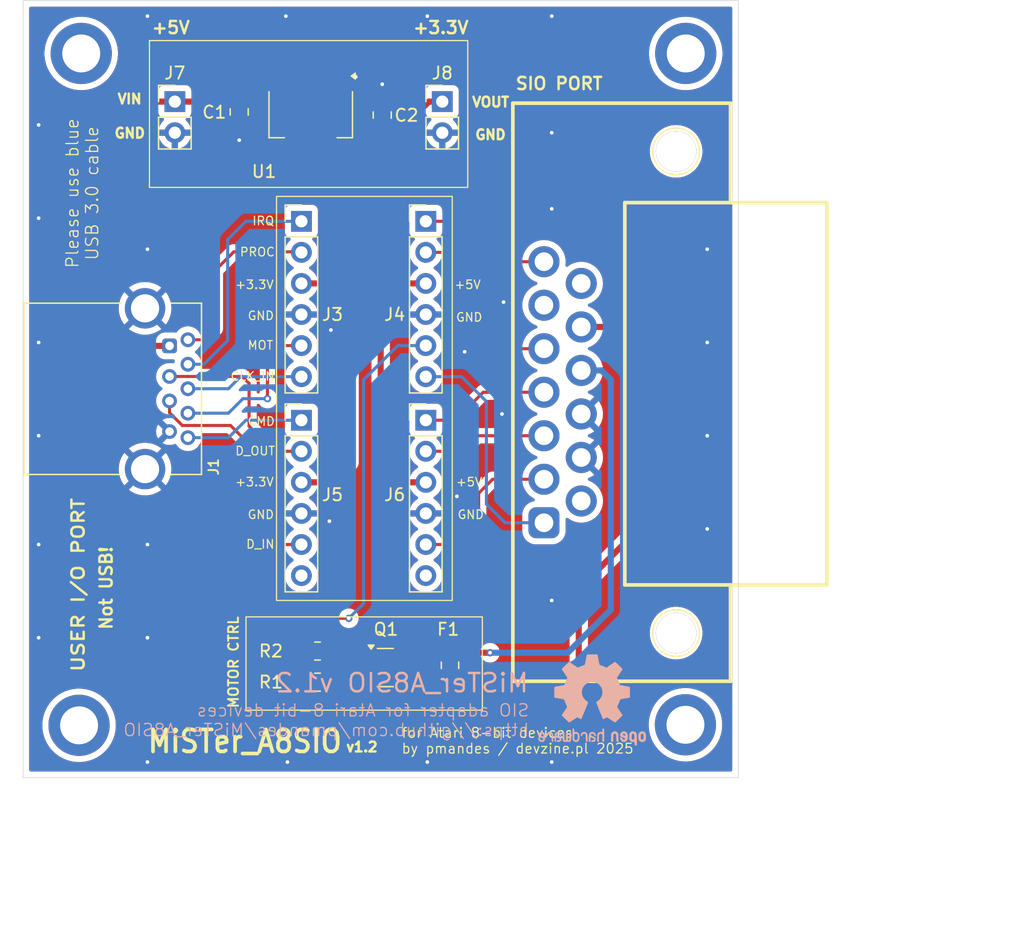
<source format=kicad_pcb>
(kicad_pcb (version 20241229) (generator "pcbnew") (generator_version "9.0")
  (title_block (title "MiSTer_A8SIO") (date "2025-01-25") (rev "1.2") (company "Paweł Mandes / devzine.pl") (comment 1 "devices of the 8-bit Atari to the MiSTer FPGA.") (comment 2 "Adapter for the SIO port to connect peripheral"))
  (layers (0 "F.Cu" signal) (2 "B.Cu" signal) (13 "F.Paste" user) (15 "B.Paste" user) (5 "F.SilkS" user "F.Silkscreen") (7 "B.SilkS" user "B.Silkscreen") (1 "F.Mask" user) (3 "B.Mask" user) (25 "Edge.Cuts" user))
  (net 0 "")
  (net 1 "GND")
  (net 2 "/SIO_OUT_A")
  (net 3 "/SIO_MOTOR_A")
  (net 4 "/SIO_PROC_A")
  (net 5 "/SIO_CMD_A")
  (net 6 "/SIO_IRQ_A")
  (net 7 "/SIO_CLKIN_A")
  (net 8 "/SIO_IN_A")
  (net 9 "VBUS")
  (net 10 "/PROCEED")
  (net 11 "/MOTOR CTRL")
  (net 12 "/DATA OUT")
  (net 13 "/INTERRUPT")
  (net 14 "/COMMAND")
  (net 15 "/DATA IN")
  (net 16 "/CLOCK IN")
  (net 17 "+3.3V")
  (net 18 "/+12V")
  (net 19 "/CLOCK OUT")
  (net 20 "/AUDIO IN")
  (net 23 "Net-(Q1-C)")
  (net 24 "Net-(Q1-B)")
  (net 25 "/PRE_MOTOR")
  (footprint "Capacitor_SMD:C_0805_2012Metric_Pad1.18x1.45mm_HandSolder" (layer "F.Cu") (at 158.876 55.0725 90)
    (property "Reference" "C2" (at -0.0215 1.9812 180) (layer "F.SilkS"))
    (property "Value" "22uF")
    (pad "1" smd roundrect (at -1.0375 0 90) (size 1.175 1.45) (layers "F.Cu" "F.Mask" "F.Paste") (roundrect_rratio 0.212766) (net 17 "+3.3V"))
    (pad "2" smd roundrect (at 1.0375 0 90) (size 1.175 1.45) (layers "F.Cu" "F.Mask" "F.Paste") (roundrect_rratio 0.212766) (net 1 "GND"))
  )
  (footprint "Resistor_SMD:R_0805_2012Metric_Pad1.20x1.40mm_HandSolder" (layer "F.Cu") (at 153.5915 98.8799 180)
    (property "Reference" "R2" (at 3.81 0 180) (layer "F.SilkS"))
    (property "Value" "2k4")
    (pad "1" smd roundrect (at -1 0 180) (size 1.2 1.4) (layers "F.Cu" "F.Mask" "F.Paste") (roundrect_rratio 0.208333) (net 24 "Net-(Q1-B)"))
    (pad "2" smd roundrect (at 1 0 180) (size 1.2 1.4) (layers "F.Cu" "F.Mask" "F.Paste") (roundrect_rratio 0.208333) (net 25 "/PRE_MOTOR"))
  )
  (footprint "Package_TO_SOT_SMD:SOT-223" (layer "F.Cu") (at 153.035 55.016 -90)
    (property "Reference" "U1" (at 4.674 3.81 180) (layer "F.SilkS"))
    (property "Value" "AMS1117-3.3")
    (pad "1" smd roundrect (at -3.15 -2.3 270) (size 2 1.5) (layers "F.Cu" "F.Mask" "F.Paste") (net 1 "GND"))
    (pad "2" smd roundrect (at -3.15 0 270) (size 2 1.5) (layers "F.Cu" "F.Mask" "F.Paste") (net 17 "+3.3V"))
    (pad "3" smd roundrect (at -3.15 2.3 270) (size 2 1.5) (layers "F.Cu" "F.Mask" "F.Paste") (net 9 "VBUS"))
    (pad "4" smd roundrect (at 3.15 0 270) (size 2 3.8) (layers "F.Cu" "F.Mask" "F.Paste") (net 17 "+3.3V"))
  )
  (footprint "Connector_PinHeader_2.54mm:PinHeader_1x06_P2.54mm_Vertical" (layer "F.Cu") (at 162.433 63.754)
    (property "Reference" "J4" (at -2.54 7.62 0) (layer "F.SilkS"))
    (property "Value" "Conn_01x06_Socket")
    (pad "1" thru_hole rect (at 0 0) (size 1.7 1.7) (drill 1) (layers "*.Cu" "*.Mask") (net 13 "/INTERRUPT"))
    (pad "2" thru_hole oval (at 0 2.54) (size 1.7 1.7) (drill 1) (layers "*.Cu" "*.Mask") (net 10 "/PROCEED"))
    (pad "3" thru_hole oval (at 0 5.08) (size 1.7 1.7) (drill 1) (layers "*.Cu" "*.Mask") (net 9 "VBUS"))
    (pad "4" thru_hole oval (at 0 7.62) (size 1.7 1.7) (drill 1) (layers "*.Cu" "*.Mask") (net 1 "GND"))
    (pad "5" thru_hole oval (at 0 10.16) (size 1.7 1.7) (drill 1) (layers "*.Cu" "*.Mask") (net 25 "/PRE_MOTOR"))
    (pad "6" thru_hole oval (at 0 12.7) (size 1.7 1.7) (drill 1) (layers "*.Cu" "*.Mask") (net 16 "/CLOCK IN"))
  )
  (footprint "Connector_PinHeader_2.54mm:PinHeader_1x06_P2.54mm_Vertical" (layer "F.Cu") (at 152.273 63.754)
    (property "Reference" "J3" (at 2.54 7.62 0) (layer "F.SilkS"))
    (property "Value" "Conn_01x06_Socket")
    (pad "1" thru_hole rect (at 0 0) (size 1.7 1.7) (drill 1) (layers "*.Cu" "*.Mask") (net 6 "/SIO_IRQ_A"))
    (pad "2" thru_hole oval (at 0 2.54) (size 1.7 1.7) (drill 1) (layers "*.Cu" "*.Mask") (net 4 "/SIO_PROC_A"))
    (pad "3" thru_hole oval (at 0 5.08) (size 1.7 1.7) (drill 1) (layers "*.Cu" "*.Mask") (net 17 "+3.3V"))
    (pad "4" thru_hole oval (at 0 7.62) (size 1.7 1.7) (drill 1) (layers "*.Cu" "*.Mask") (net 1 "GND"))
    (pad "5" thru_hole oval (at 0 10.16) (size 1.7 1.7) (drill 1) (layers "*.Cu" "*.Mask") (net 3 "/SIO_MOTOR_A"))
    (pad "6" thru_hole oval (at 0 12.7) (size 1.7 1.7) (drill 1) (layers "*.Cu" "*.Mask") (net 7 "/SIO_CLKIN_A"))
  )
  (footprint "Connector_PinHeader_2.54mm:PinHeader_1x06_P2.54mm_Vertical" (layer "F.Cu") (at 162.433 80.01)
    (property "Reference" "J6" (at -2.54 6.096 0) (layer "F.SilkS"))
    (property "Value" "Conn_01x06_Socket")
    (pad "1" thru_hole rect (at 0 0) (size 1.7 1.7) (drill 1) (layers "*.Cu" "*.Mask") (net 14 "/COMMAND"))
    (pad "2" thru_hole oval (at 0 2.54) (size 1.7 1.7) (drill 1) (layers "*.Cu" "*.Mask") (net 12 "/DATA OUT"))
    (pad "3" thru_hole oval (at 0 5.08) (size 1.7 1.7) (drill 1) (layers "*.Cu" "*.Mask") (net 9 "VBUS"))
    (pad "4" thru_hole oval (at 0 7.62) (size 1.7 1.7) (drill 1) (layers "*.Cu" "*.Mask") (net 1 "GND"))
    (pad "5" thru_hole oval (at 0 10.16) (size 1.7 1.7) (drill 1) (layers "*.Cu" "*.Mask") (net 15 "/DATA IN"))
    (pad "6" thru_hole oval (at 0 12.7) (size 1.7 1.7) (drill 1) (layers "*.Cu" "*.Mask"))
  )
  (footprint "Fuse:Fuse_0805_2012Metric_Pad1.15x1.40mm_HandSolder" (layer "F.Cu") (at 164.4119 100.0393 90)
    (property "Reference" "F1" (at 2.9374 -0.1524 180) (layer "F.SilkS"))
    (property "Value" "500mA")
    (pad "1" smd roundrect (at -1.025 0 90) (size 1.15 1.4) (layers "F.Cu" "F.Mask" "F.Paste") (roundrect_rratio 0.217391) (net 23 "Net-(Q1-C)"))
    (pad "2" smd roundrect (at 1.025 0 90) (size 1.15 1.4) (layers "F.Cu" "F.Mask" "F.Paste") (roundrect_rratio 0.217391) (net 11 "/MOTOR CTRL"))
  )
  (footprint "Atari:SIO" (layer "F.Cu") (at 172.085 77.724 -90)
    (property "Reference" "J2" (hide yes))
    (property "Value" "SIO CONNECTOR" (hide yes))
    (pad "" thru_hole circle (at -19.685 -10.795 270) (size 3.302 3.302) (drill 3.302) (layers "*.Cu" "*.Mask"))
    (pad "" thru_hole circle (at 19.685 -10.795 270) (size 3.302 3.302) (drill 3.302) (layers "*.Cu" "*.Mask"))
    (pad "1" thru_hole roundrect (at 10.668 0 270) (size 2.54 2.54) (drill 1.524) (layers "*.Cu" "*.Mask") (net 16 "/CLOCK IN"))
    (pad "2" thru_hole circle (at 8.89 -3.048 270) (size 2.54 2.54) (drill 1.524) (layers "*.Cu" "*.Mask") (net 19 "/CLOCK OUT"))
    (pad "3" thru_hole circle (at 7.112 0 270) (size 2.54 2.54) (drill 1.524) (layers "*.Cu" "*.Mask") (net 15 "/DATA IN"))
    (pad "4" thru_hole circle (at 5.334 -3.048 270) (size 2.54 2.54) (drill 1.524) (layers "*.Cu" "*.Mask") (net 1 "GND"))
    (pad "5" thru_hole circle (at 3.556 0 270) (size 2.54 2.54) (drill 1.524) (layers "*.Cu" "*.Mask") (net 12 "/DATA OUT"))
    (pad "6" thru_hole circle (at 1.778 -3.048 270) (size 2.54 2.54) (drill 1.524) (layers "*.Cu" "*.Mask") (net 1 "GND"))
    (pad "7" thru_hole circle (at 0 0 270) (size 2.54 2.54) (drill 1.524) (layers "*.Cu" "*.Mask") (net 14 "/COMMAND"))
    (pad "8" thru_hole circle (at -1.778 -3.048 270) (size 2.54 2.54) (drill 1.524) (layers "*.Cu" "*.Mask") (net 11 "/MOTOR CTRL"))
    (pad "9" thru_hole circle (at -3.556 0 270) (size 2.54 2.54) (drill 1.524) (layers "*.Cu" "*.Mask") (net 10 "/PROCEED"))
    (pad "10" thru_hole circle (at -5.334 -3.048) (size 2.54 2.54) (drill 1.524) (layers "*.Cu" "*.Mask") (net 9 "VBUS"))
    (pad "11" thru_hole circle (at -7.112 0 270) (size 2.54 2.54) (drill 1.524) (layers "*.Cu" "*.Mask") (net 20 "/AUDIO IN"))
    (pad "12" thru_hole circle (at -8.89 -3.048 270) (size 2.54 2.54) (drill 1.524) (layers "*.Cu" "*.Mask") (net 18 "/+12V"))
    (pad "13" thru_hole circle (at -10.668 0 270) (size 2.54 2.54) (drill 1.524) (layers "*.Cu" "*.Mask") (net 13 "/INTERRUPT"))
  )
  (footprint "Resistor_SMD:R_0805_2012Metric_Pad1.20x1.40mm_HandSolder" (layer "F.Cu") (at 153.5915 101.4199)
    (property "Reference" "R1" (at -3.81 0 0) (layer "F.SilkS"))
    (property "Value" "2k4")
    (pad "1" smd roundrect (at -1 0) (size 1.2 1.4) (layers "F.Cu" "F.Mask" "F.Paste") (roundrect_rratio 0.208333) (net 25 "/PRE_MOTOR"))
    (pad "2" smd roundrect (at 1 0) (size 1.2 1.4) (layers "F.Cu" "F.Mask" "F.Paste") (roundrect_rratio 0.208333) (net 9 "VBUS"))
  )
  (footprint "Connector_PinHeader_2.54mm:PinHeader_1x02_P2.54mm_Vertical" (layer "F.Cu") (at 163.7792 53.975)
    (property "Reference" "J8" (at 0 -2.33 0) (layer "F.SilkS"))
    (property "Value" "Conn_01x02_Socket")
    (pad "1" thru_hole rect (at 0 0) (size 1.7 1.7) (drill 1) (layers "*.Cu" "*.Mask") (net 17 "+3.3V"))
    (pad "2" thru_hole oval (at 0 2.54) (size 1.7 1.7) (drill 1) (layers "*.Cu" "*.Mask") (net 1 "GND"))
  )
  (footprint "Package_TO_SOT_SMD:SOT-23" (layer "F.Cu") (at 159.1287 100.2284)
    (property "Reference" "Q1" (at 0.0508 -3.1265 180) (layer "F.SilkS"))
    (property "Value" "BC857")
    (pad "1" smd roundrect (at -0.9375 -0.95) (size 1.475 0.6) (layers "F.Cu" "F.Mask" "F.Paste") (net 24 "Net-(Q1-B)"))
    (pad "2" smd roundrect (at -0.9375 0.95) (size 1.475 0.6) (layers "F.Cu" "F.Mask" "F.Paste") (net 9 "VBUS"))
    (pad "3" smd roundrect (at 0.9375 0) (size 1.475 0.6) (layers "F.Cu" "F.Mask" "F.Paste") (net 23 "Net-(Q1-C)"))
  )
  (footprint "Capacitor_SMD:C_0805_2012Metric_Pad1.18x1.45mm_HandSolder" (layer "F.Cu") (at 147.192 54.8185 -90)
    (property "Reference" "C1" (at 0.0215 2.032 0) (layer "F.SilkS"))
    (property "Value" "22uF")
    (pad "1" smd roundrect (at -1.0375 0 270) (size 1.175 1.45) (layers "F.Cu" "F.Mask" "F.Paste") (roundrect_rratio 0.212766) (net 9 "VBUS"))
    (pad "2" smd roundrect (at 1.0375 0 270) (size 1.175 1.45) (layers "F.Cu" "F.Mask" "F.Paste") (roundrect_rratio 0.212766) (net 1 "GND"))
  )
  (footprint "Atari:USB3_A" (layer "F.Cu") (at 141.502 73.938 -90)
    (property "Reference" "J1" (at 9.882 -3.6 90) (layer "F.SilkS") (effects (font (size 0.8 0.8))))
    (property "Value" "USB3_A")
    (pad "1" thru_hole roundrect (at 0 0 270) (size 1.2 1.2) (drill 0.7) (layers "*.Cu" "*.Mask") (roundrect_rratio 0.2083333333) (net 9 "VBUS"))
    (pad "2" thru_hole circle (at 2.5 0 270) (size 1.2 1.2) (drill 0.7) (layers "*.Cu" "*.Mask") (net 2 "/SIO_OUT_A"))
    (pad "3" thru_hole circle (at 4.5 0 270) (size 1.2 1.2) (drill 0.7) (layers "*.Cu" "*.Mask") (net 8 "/SIO_IN_A"))
    (pad "4" thru_hole circle (at 7 0 270) (size 1.2 1.2) (drill 0.7) (layers "*.Cu" "*.Mask") (net 1 "GND"))
    (pad "5" thru_hole circle (at 7.5 -1.5 270) (size 1.2 1.2) (drill 0.7) (layers "*.Cu" "*.Mask") (net 5 "/SIO_CMD_A"))
    (pad "6" thru_hole circle (at 5.5 -1.5 270) (size 1.2 1.2) (drill 0.7) (layers "*.Cu" "*.Mask") (net 3 "/SIO_MOTOR_A"))
    (pad "7" thru_hole circle (at 3.5 -1.5 270) (size 1.2 1.2) (drill 0.7) (layers "*.Cu" "*.Mask") (net 7 "/SIO_CLKIN_A"))
    (pad "8" thru_hole circle (at 1.5 -1.5 270) (size 1.2 1.2) (drill 0.7) (layers "*.Cu" "*.Mask") (net 6 "/SIO_IRQ_A"))
    (pad "9" thru_hole circle (at -0.5 -1.5 270) (size 1.2 1.2) (drill 0.7) (layers "*.Cu" "*.Mask") (net 4 "/SIO_PROC_A"))
    (pad "10" thru_hole circle (at -3.07 2 270) (size 3.3 3.3) (drill 2.3) (layers "*.Cu" "*.Mask") (net 1 "GND"))
    (pad "10" thru_hole circle (at 10.07 2 270) (size 3.3 3.3) (drill 2.3) (layers "*.Cu" "*.Mask") (net 1 "GND"))
  )
  (footprint "Connector_PinHeader_2.54mm:PinHeader_1x02_P2.54mm_Vertical" (layer "F.Cu") (at 141.9352 53.975)
    (property "Reference" "J7" (at 0 -2.33 0) (layer "F.SilkS"))
    (property "Value" "Conn_01x02_Socket")
    (pad "1" thru_hole rect (at 0 0) (size 1.7 1.7) (drill 1) (layers "*.Cu" "*.Mask") (net 9 "VBUS"))
    (pad "2" thru_hole oval (at 0 2.54) (size 1.7 1.7) (drill 1) (layers "*.Cu" "*.Mask") (net 1 "GND"))
  )
  (footprint "Connector_PinHeader_2.54mm:PinHeader_1x06_P2.54mm_Vertical" (layer "F.Cu") (at 152.273 80.01)
    (property "Reference" "J5" (at 2.54 6.096 0) (layer "F.SilkS"))
    (property "Value" "Conn_01x06_Socket")
    (pad "1" thru_hole rect (at 0 0) (size 1.7 1.7) (drill 1) (layers "*.Cu" "*.Mask") (net 5 "/SIO_CMD_A"))
    (pad "2" thru_hole oval (at 0 2.54) (size 1.7 1.7) (drill 1) (layers "*.Cu" "*.Mask") (net 2 "/SIO_OUT_A"))
    (pad "3" thru_hole oval (at 0 5.08) (size 1.7 1.7) (drill 1) (layers "*.Cu" "*.Mask") (net 17 "+3.3V"))
    (pad "4" thru_hole oval (at 0 7.62) (size 1.7 1.7) (drill 1) (layers "*.Cu" "*.Mask") (net 1 "GND"))
    (pad "5" thru_hole oval (at 0 10.16) (size 1.7 1.7) (drill 1) (layers "*.Cu" "*.Mask") (net 8 "/SIO_IN_A"))
    (pad "6" thru_hole oval (at 0 12.7) (size 1.7 1.7) (drill 1) (layers "*.Cu" "*.Mask"))
  )
  (footprint "Symbol:OSHW-Logo2_9.8x8mm_SilkScreen" (layer "B.Cu") (at 176.022 102.87 180)
    (property "Reference" "REF**" (hide yes))
    (property "Value" "OSHW-Logo2_9.8x8mm_SilkScreen" (hide yes))
  )
  (gr_rect (start 147.7495 96.0859) (end 167.0535 103.7059) (stroke (width 0.1)) (fill no) (layer "F.SilkS"))
  (gr_rect (start 150.241 61.722) (end 164.592 94.742) (stroke (width 0.1)) (fill no) (layer "F.SilkS"))
  (gr_rect (start 139.862 48.9854) (end 165.862 60.9854) (stroke (width 0.1)) (fill no) (layer "F.SilkS"))
  (gr_rect (start 129.54 45.72) (end 187.96 109.22) (stroke (width 0.05)) (fill no) (layer "Edge.Cuts"))
  (gr_text "D_OUT" (at 146.812 82.931 0) (layer "F.SilkS") (effects (font (size 0.7 0.7) (thickness 0.1)) (justify left bottom)))
  (gr_text "GND" (at 147.828 88.138 0) (layer "F.SilkS") (effects (font (size 0.7 0.7) (thickness 0.1)) (justify left bottom)))
  (gr_text "VOUT" (at 166.116 54.483 0) (layer "F.SilkS") (effects (font (size 0.8 0.8) (thickness 0.2) (bold yes)) (justify left bottom)))
  (gr_text "Not USB!" (at 136.906 93.726 90) (layer "F.SilkS") (effects (font (size 1 1) (thickness 0.2) (bold yes)) (justify bottom)))
  (gr_text "+3.3V" (at 146.812 85.471 0) (layer "F.SilkS") (effects (font (size 0.7 0.7) (thickness 0.1)) (justify left bottom)))
  (gr_text "GND" (at 147.828 71.882 0) (layer "F.SilkS") (effects (font (size 0.7 0.7) (thickness 0.1)) (justify left bottom)))
  (gr_text "SIO PORT" (at 169.672 53.086 0) (layer "F.SilkS") (effects (font (size 1 1) (thickness 0.2) (bold yes)) (justify left bottom)))
  (gr_text "MiSTer_A8SIO" (at 139.573 107.315 0) (layer "F.SilkS") (effects (font (size 1.8 1.6) (thickness 0.3) (bold yes)) (justify left bottom)))
  (gr_text "v1.2\n" (at 155.829 107.188 0) (layer "F.SilkS") (effects (font (size 0.8 0.8) (thickness 0.2) (bold yes)) (justify left bottom)))
  (gr_text "GND" (at 164.846 72.009 0) (layer "F.SilkS") (effects (font (size 0.7 0.7) (thickness 0.1)) (justify left bottom)))
  (gr_text "+3.3V" (at 161.29 48.514 0) (layer "F.SilkS") (effects (font (size 1 1) (thickness 0.2) (bold yes)) (justify left bottom)))
  (gr_text "PROC" (at 147.193 66.675 0) (layer "F.SilkS") (effects (font (size 0.7 0.7) (thickness 0.1)) (justify left bottom)))
  (gr_text "+3.3V" (at 146.812 69.342 0) (layer "F.SilkS") (effects (font (size 0.7 0.7) (thickness 0.1)) (justify left bottom)))
  (gr_text "+5V" (at 164.846 85.471 0) (layer "F.SilkS") (effects (font (size 0.7 0.7) (thickness 0.1)) (justify left bottom)))
  (gr_text "+5V" (at 139.954 48.514 0) (layer "F.SilkS") (effects (font (size 1 1) (thickness 0.2) (bold yes)) (justify left bottom)))
  (gr_text "MOTOR CTRL" (at 147.193 103.632 90) (layer "F.SilkS") (effects (font (size 0.8 0.8) (thickness 0.16) (bold yes)) (justify left bottom)))
  (gr_text "D_IN" (at 147.701 90.551 0) (layer "F.SilkS") (effects (font (size 0.7 0.7) (thickness 0.1)) (justify left bottom)))
  (gr_text "VIN" (at 137.16 54.229 0) (layer "F.SilkS") (effects (font (size 0.8 0.8) (thickness 0.2) (bold yes)) (justify left bottom)))
  (gr_text "CLK_IN" (at 146.431 76.835 0) (layer "F.SilkS") (effects (font (size 0.7 0.7) (thickness 0.1)) (justify left bottom)))
  (gr_text "Please use blue\nUSB 3.0 cable" (at 135.763 61.468 90) (layer "F.SilkS") (effects (font (size 1 1) (thickness 0.1)) (justify bottom)))
  (gr_text "MOT" (at 147.828 74.295 0) (layer "F.SilkS") (effects (font (size 0.7 0.7) (thickness 0.1)) (justify left bottom)))
  (gr_text "CMD" (at 147.828 80.518 0) (layer "F.SilkS") (effects (font (size 0.7 0.7) (thickness 0.1)) (justify left bottom)))
  (gr_text "USER I/O PORT" (at 134.62 100.6856 90) (layer "F.SilkS") (effects (font (size 1 1.2) (thickness 0.2) (bold yes)) (justify left bottom)))
  (gr_text "IRQ" (at 148.209 64.135 0) (layer "F.SilkS") (effects (font (size 0.7 0.7) (thickness 0.1)) (justify left bottom)))
  (gr_text "GND" (at 166.37 57.15 0) (layer "F.SilkS") (effects (font (size 0.8 0.8) (thickness 0.2) (bold yes)) (justify left bottom)))
  (gr_text "GND" (at 136.906 57.023 0) (layer "F.SilkS") (effects (font (size 0.8 0.8) (thickness 0.2) (bold yes)) (justify left bottom)))
  (gr_text "+5V" (at 164.719 69.342 0) (layer "F.SilkS") (effects (font (size 0.7 0.7) (thickness 0.1)) (justify left bottom)))
  (gr_text "for Atari 8-bit devices\nby pmandes / devzine.pl 2025" (at 160.401 107.315 0) (layer "F.SilkS") (effects (font (size 0.8 0.8) (thickness 0.1)) (justify left bottom)))
  (gr_text "GND" (at 164.973 88.138 0) (layer "F.SilkS") (effects (font (size 0.7 0.7) (thickness 0.1)) (justify left bottom)))
  (gr_text "MiSTer_A8SIO v1.2" (at 170.942 102.362 0) (layer "B.SilkS") (effects (font (size 1.5 1.5) (thickness 0.2) (bold yes)) (justify left bottom mirror)))
  (gr_text "SIO adapter for Atari 8-bit devices\nhttps://github.com/pmandes/MiSTer_A8SIO" (at 170.942 105.918 0) (layer "B.SilkS") (effects (font (size 1 1) (thickness 0.1)) (justify left bottom mirror)))
  (via (at 134.112 104.947806) (size 5) (drill 3.1) (layers "F.Cu" "B.Cu") (net 0))
  (via (at 183.642 104.902) (size 5) (drill 3.1) (layers "F.Cu" "B.Cu") (net 0))
  (via (at 134.2898 50.038) (size 5) (drill 3.1) (layers "F.Cu" "B.Cu") (net 0))
  (via (at 183.6674 50.038) (size 5) (drill 3.1) (layers "F.Cu" "B.Cu") (net 0))
  (segment (start 147.192 55.856) (end 147.192 57.126) (width 0.5) (layer "F.Cu") (net 1))
  (segment (start 158.876 53.781) (end 158.876 52.554) (width 0.5) (layer "F.Cu") (net 1))
  (via (at 139.7 66.04) (size 0.6) (drill 0.3) (layers "F.Cu" "B.Cu") (net 1))
  (via (at 172.72 62.738) (size 0.6) (drill 0.3) (layers "F.Cu" "B.Cu") (net 1))
  (via (at 172.72 107.95) (size 0.6) (drill 0.3) (layers "F.Cu" "B.Cu") (net 1))
  (via (at 162.56 107.95) (size 0.6) (drill 0.3) (layers "F.Cu" "B.Cu") (net 1))
  (via (at 151.13 107.95) (size 0.6) (drill 0.3) (layers "F.Cu" "B.Cu") (net 1))
  (via (at 139.7 107.95) (size 0.6) (drill 0.3) (layers "F.Cu" "B.Cu") (net 1))
  (via (at 154.559 88.265) (size 0.6) (drill 0.3) (layers "F.Cu" "B.Cu") (net 1))
  (via (at 130.81 55.88) (size 0.6) (drill 0.3) (layers "F.Cu" "B.Cu") (net 1))
  (via (at 151.003 46.99) (size 0.6) (drill 0.3) (layers "F.Cu" "B.Cu") (net 1))
  (via (at 185.42 66.04) (size 0.6) (drill 0.3) (layers "F.Cu" "B.Cu") (net 1))
  (via (at 185.42 81.28) (size 0.6) (drill 0.3) (layers "F.Cu" "B.Cu") (net 1))
  (via (at 185.42 88.9) (size 0.6) (drill 0.3) (layers "F.Cu" "B.Cu") (net 1))
  (via (at 130.81 73.66) (size 0.6) (drill 0.3) (layers "F.Cu" "B.Cu") (net 1))
  (via (at 168.783 70.358) (size 0.6) (drill 0.3) (layers "F.Cu" "B.Cu") (net 1))
  (via (at 158.876 52.554) (size 0.6) (drill 0.3) (layers "F.Cu" "B.Cu") (net 1))
  (via (at 172.72 94.742) (size 0.6) (drill 0.3) (layers "F.Cu" "B.Cu") (net 1))
  (via (at 165.608 74.422) (size 0.6) (drill 0.3) (layers "F.Cu" "B.Cu") (net 1))
  (via (at 185.42 73.66) (size 0.6) (drill 0.3) (layers "F.Cu" "B.Cu") (net 1))
  (via (at 164.973 86.233) (size 0.6) (drill 0.3) (layers "F.Cu" "B.Cu") (net 1))
  (via (at 139.7 97.79) (size 0.6) (drill 0.3) (layers "F.Cu" "B.Cu") (net 1))
  (via (at 130.81 63.5) (size 0.6) (drill 0.3) (layers "F.Cu" "B.Cu") (net 1))
  (via (at 130.81 81.28) (size 0.6) (drill 0.3) (layers "F.Cu" "B.Cu") (net 1))
  (via (at 147.192 57.126) (size 0.6) (drill 0.3) (layers "F.Cu" "B.Cu") (net 1))
  (via (at 162.56 46.99) (size 0.6) (drill 0.3) (layers "F.Cu" "B.Cu") (net 1))
  (via (at 172.72 56.515) (size 0.6) (drill 0.3) (layers "F.Cu" "B.Cu") (net 1))
  (via (at 130.81 97.79) (size 0.6) (drill 0.3) (layers "F.Cu" "B.Cu") (net 1))
  (via (at 154.686 72.644) (size 0.6) (drill 0.3) (layers "F.Cu" "B.Cu") (net 1))
  (via (at 168.656 79.502) (size 0.6) (drill 0.3) (layers "F.Cu" "B.Cu") (net 1))
  (via (at 156.718 51.943) (size 0.6) (drill 0.3) (layers "F.Cu" "B.Cu") (net 1))
  (via (at 139.7 90.17) (size 0.6) (drill 0.3) (layers "F.Cu" "B.Cu") (net 1))
  (via (at 139.7 46.99) (size 0.6) (drill 0.3) (layers "F.Cu" "B.Cu") (net 1))
  (via (at 130.81 90.17) (size 0.6) (drill 0.3) (layers "F.Cu" "B.Cu") (net 1))
  (via (at 172.72 46.99) (size 0.6) (drill 0.3) (layers "F.Cu" "B.Cu") (net 1))
  (segment (start 141.502 76.438) (end 147.438 76.438) (width 0.25) (layer "F.Cu") (net 2))
  (segment (start 148 77) (end 148 80.5) (width 0.25) (layer "F.Cu") (net 2))
  (segment (start 147.438 76.438) (end 148 77) (width 0.25) (layer "F.Cu") (net 2))
  (segment (start 148 80.5) (end 150.05 82.55) (width 0.25) (layer "F.Cu") (net 2))
  (segment (start 150.05 82.55) (end 152.273 82.55) (width 0.25) (layer "F.Cu") (net 2))
  (segment (start 149.5 78.25) (end 149.5 74.75) (width 0.25) (layer "F.Cu") (net 3))
  (segment (start 150.336 73.914) (end 152.273 73.914) (width 0.25) (layer "F.Cu") (net 3))
  (segment (start 149.5 74.75) (end 150.336 73.914) (width 0.25) (layer "F.Cu") (net 3))
  (via (at 149.5 78.25) (size 0.6) (drill 0.3) (layers "F.Cu" "B.Cu") (net 3))
  (segment (start 146.312 79.438) (end 147 78.75) (width 0.25) (layer "B.Cu") (net 3))
  (segment (start 147 78.75) (end 147.5 78.25) (width 0.25) (layer "B.Cu") (net 3))
  (segment (start 147.5 78.25) (end 149.5 78.25) (width 0.25) (layer "B.Cu") (net 3))
  (segment (start 143.002 79.438) (end 146.312 79.438) (width 0.25) (layer "B.Cu") (net 3))
  (segment (start 145.25 72.5) (end 145.25 67.75) (width 0.25) (layer "F.Cu") (net 4))
  (segment (start 144.312 73.438) (end 145.25 72.5) (width 0.25) (layer "F.Cu") (net 4))
  (segment (start 152.229 66.25) (end 152.273 66.294) (width 0.25) (layer "F.Cu") (net 4))
  (segment (start 146.75 66.25) (end 152.229 66.25) (width 0.25) (layer "F.Cu") (net 4))
  (segment (start 145.25 67.75) (end 146.75 66.25) (width 0.25) (layer "F.Cu") (net 4))
  (segment (start 143.002 73.438) (end 144.312 73.438) (width 0.25) (layer "F.Cu") (net 4))
  (segment (start 146.312 81.438) (end 147.74 80.01) (width 0.25) (layer "B.Cu") (net 5))
  (segment (start 143.002 81.438) (end 146.312 81.438) (width 0.25) (layer "B.Cu") (net 5))
  (segment (start 147.74 80.01) (end 152.273 80.01) (width 0.25) (layer "B.Cu") (net 5))
  (segment (start 147.746 63.754) (end 152.273 63.754) (width 0.25) (layer "B.Cu") (net 6))
  (segment (start 143.002 75.438) (end 144.312 75.438) (width 0.25) (layer "B.Cu") (net 6))
  (segment (start 144.312 75.438) (end 146.25 73.5) (width 0.25) (layer "B.Cu") (net 6))
  (segment (start 146.25 73.5) (end 146.25 65.25) (width 0.25) (layer "B.Cu") (net 6))
  (segment (start 146.25 65.25) (end 147.746 63.754) (width 0.25) (layer "B.Cu") (net 6))
  (segment (start 143.002 77.438) (end 146.312 77.438) (width 0.25) (layer "B.Cu") (net 7))
  (segment (start 147.296 76.454) (end 152.273 76.454) (width 0.25) (layer "B.Cu") (net 7))
  (segment (start 146.312 77.438) (end 147.296 76.454) (width 0.25) (layer "B.Cu") (net 7))
  (segment (start 149.225 83.185) (end 149.225 89.154) (width 0.25) (layer "F.Cu") (net 8))
  (segment (start 149.225 89.154) (end 150.241 90.17) (width 0.25) (layer "F.Cu") (net 8))
  (segment (start 146.4818 80.4418) (end 149.225 83.185) (width 0.25) (layer "F.Cu") (net 8))
  (segment (start 150.241 90.17) (end 152.273 90.17) (width 0.25) (layer "F.Cu") (net 8))
  (segment (start 142.5448 80.4418) (end 146.4818 80.4418) (width 0.25) (layer "F.Cu") (net 8))
  (segment (start 141.502 79.399) (end 142.5448 80.4418) (width 0.25) (layer "F.Cu") (net 8))
  (segment (start 141.502 78.438) (end 141.502 79.399) (width 0.25) (layer "F.Cu") (net 8))
  (segment (start 158.623 61.849) (end 160.401 60.071) (width 0.5) (layer "F.Cu") (net 9))
  (segment (start 159.766 68.834) (end 158.75 69.85) (width 0.5) (layer "F.Cu") (net 9))
  (segment (start 158.623 67.691) (end 158.623 61.849) (width 0.5) (layer "F.Cu") (net 9))
  (segment (start 159.766 68.834) (end 158.623 67.691) (width 0.5) (layer "F.Cu") (net 9))
  (segment (start 166.624 60.071) (end 167.894 58.801) (width 0.5) (layer "F.Cu") (net 9))
  (segment (start 160.147 85.09) (end 162.433 85.09) (width 0.5) (layer "F.Cu") (net 9))
  (segment (start 135.763 55.753) (end 137.541 53.975) (width 0.5) (layer "F.Cu") (net 9))
  (segment (start 179.197 62.484) (end 179.197 59.817) (width 0.5) (layer "F.Cu") (net 9))
  (segment (start 158.6715 102.9439) (end 173.6575 102.9439) (width 0.5) (layer "F.Cu") (net 9))
  (segment (start 157.16 101.1784) (end 158.1912 101.1784) (width 0.5) (layer "F.Cu") (net 9))
  (segment (start 137.541 53.975) (end 141.9352 53.975) (width 0.5) (layer "F.Cu") (net 9))
  (segment (start 174.9275 93.8045) (end 175.006 93.726) (width 0.5) (layer "F.Cu") (net 9))
  (segment (start 150.735 51.943) (end 147.549 51.943) (width 0.5) (layer "F.Cu") (net 9))
  (segment (start 141.9352 53.975) (end 146.998 53.975) (width 0.5) (layer "F.Cu") (net 9))
  (segment (start 179.451 74.451) (end 177.39 72.39) (width 0.5) (layer "F.Cu") (net 9))
  (segment (start 175.133 48.26) (end 179.197 52.324) (width 0.5) (layer "F.Cu") (net 9))
  (segment (start 179.197 52.324) (end 179.197 59.817) (width 0.5) (layer "F.Cu") (net 9))
  (segment (start 156.3855 101.4199) (end 156.6395 101.1659) (width 0.5) (layer "F.Cu") (net 9))
  (segment (start 147.549 51.943) (end 147.192 52.3) (width 0.5) (layer "F.Cu") (net 9))
  (segment (start 158.75 69.85) (end 158.75 83.693) (width 0.5) (layer "F.Cu") (net 9))
  (segment (start 157.1475 101.1659) (end 157.16 101.1784) (width 0.5) (layer "F.Cu") (net 9))
  (segment (start 154.5915 101.4199) (end 156.3855 101.4199) (width 0.5) (layer "F.Cu") (net 9))
  (segment (start 179.451 89.281) (end 179.451 74.451) (width 0.5) (layer "F.Cu") (net 9))
  (segment (start 146.998 53.975) (end 147.192 53.781) (width 0.5) (layer "F.Cu") (net 9))
  (segment (start 177.546 72.39) (end 179.197 70.739) (width 0.5) (layer "F.Cu") (net 9))
  (segment (start 141.502 73.938) (end 137.184 73.938) (width 0.5) (layer "F.Cu") (net 9))
  (segment (start 158.75 83.693) (end 160.147 85.09) (width 0.5) (layer "F.Cu") (net 9))
  (segment (start 167.894 58.801) (end 167.894 48.387) (width 0.5) (layer "F.Cu") (net 9))
  (segment (start 156.6395 101.1659) (end 157.1475 101.1659) (width 0.5) (layer "F.Cu") (net 9))
  (segment (start 151.763 48.26) (end 175.133 48.26) (width 0.5) (layer "F.Cu") (net 9))
  (segment (start 147.192 52.3) (end 147.192 53.781) (width 0.5) (layer "F.Cu") (net 9))
  (segment (start 174.9275 101.6739) (end 174.9275 93.8045) (width 0.5) (layer "F.Cu") (net 9))
  (segment (start 175.006 93.726) (end 179.451 89.281) (width 0.5) (layer "F.Cu") (net 9))
  (segment (start 173.6575 102.9439) (end 174.9275 101.6739) (width 0.5) (layer "F.Cu") (net 9))
  (segment (start 137.184 73.938) (end 135.763 72.517) (width 0.5) (layer "F.Cu") (net 9))
  (segment (start 177.39 72.39) (end 177.546 72.39) (width 0.5) (layer "F.Cu") (net 9))
  (segment (start 150.735 50.68) (end 150.735 51.943) (width 0.2) (layer "F.Cu") (net 9))
  (segment (start 158.1912 102.4636) (end 158.6715 102.9439) (width 0.5) (layer "F.Cu") (net 9))
  (segment (start 150.735 51.943) (end 150.735 49.288) (width 0.5) (layer "F.Cu") (net 9))
  (segment (start 150.735 49.288) (end 151.763 48.26) (width 0.5) (layer "F.Cu") (net 9))
  (segment (start 135.763 72.517) (end 135.763 55.753) (width 0.5) (layer "F.Cu") (net 9))
  (segment (start 150.685 50.63) (end 150.735 50.68) (width 0.2) (layer "F.Cu") (net 9))
  (segment (start 158.1912 101.1784) (end 158.1912 102.4636) (width 0.5) (layer "F.Cu") (net 9))
  (segment (start 179.197 70.739) (end 179.197 62.484) (width 0.5) (layer "F.Cu") (net 9))
  (segment (start 167.894 48.387) (end 167.767 48.26) (width 0.5) (layer "F.Cu") (net 9))
  (segment (start 159.766 68.834) (end 162.433 68.834) (width 0.5) (layer "F.Cu") (net 9))
  (segment (start 177.39 72.39) (end 175.133 72.39) (width 0.5) (layer "F.Cu") (net 9))
  (segment (start 160.401 60.071) (end 166.624 60.071) (width 0.5) (layer "F.Cu") (net 9))
  (segment (start 166.497 72.644) (end 168.021 74.168) (width 0.25) (layer "F.Cu") (net 10))
  (segment (start 166.497 67.691) (end 166.497 72.644) (width 0.25) (layer "F.Cu") (net 10))
  (segment (start 162.433 66.294) (end 165.1 66.294) (width 0.25) (layer "F.Cu") (net 10))
  (segment (start 165.1 66.294) (end 166.497 67.691) (width 0.25) (layer "F.Cu") (net 10))
  (segment (start 172.085 74.168) (end 172.063 74.19) (width 0.2) (layer "F.Cu") (net 10))
  (segment (start 168.021 74.168) (end 172.085 74.168) (width 0.25) (layer "F.Cu") (net 10))
  (segment (start 167.6811 99.0143) (end 164.4119 99.0143) (width 0.5) (layer "F.Cu") (net 11))
  (via (at 167.6811 99.0143) (size 0.6) (drill 0.3) (layers "F.Cu" "B.Cu") (net 11))
  (segment (start 176.022 75.946) (end 175.133 75.946) (width 0.5) (layer "B.Cu") (net 11))
  (segment (start 174.0311 99.0143) (end 177.4675 95.5779) (width 0.5) (layer "B.Cu") (net 11))
  (segment (start 177.546 95.4994) (end 177.546 76.708) (width 0.5) (layer "B.Cu") (net 11))
  (segment (start 177.4675 95.5779) (end 177.546 95.4994) (width 0.5) (layer "B.Cu") (net 11))
  (segment (start 167.6811 99.0143) (end 174.0311 99.0143) (width 0.5) (layer "B.Cu") (net 11))
  (segment (start 177.546 76.708) (end 176.784 75.946) (width 0.5) (layer "B.Cu") (net 11))
  (segment (start 176.784 75.946) (end 175.133 75.946) (width 0.5) (layer "B.Cu") (net 11))
  (segment (start 165.354 82.55) (end 166.624 81.28) (width 0.25) (layer "F.Cu") (net 12))
  (segment (start 162.433 82.55) (end 165.354 82.55) (width 0.25) (layer "F.Cu") (net 12))
  (segment (start 166.624 81.28) (end 172.085 81.28) (width 0.25) (layer "F.Cu") (net 12))
  (segment (start 168.656 67.056) (end 172.085 67.056) (width 0.25) (layer "F.Cu") (net 13))
  (segment (start 165.354 63.754) (end 168.656 67.056) (width 0.25) (layer "F.Cu") (net 13))
  (segment (start 162.433 63.754) (end 165.354 63.754) (width 0.25) (layer "F.Cu") (net 13))
  (segment (start 167.132 77.724) (end 172.085 77.724) (width 0.25) (layer "F.Cu") (net 14))
  (segment (start 162.433 80.01) (end 164.846 80.01) (width 0.25) (layer "F.Cu") (net 14))
  (segment (start 164.846 80.01) (end 167.132 77.724) (width 0.25) (layer "F.Cu") (net 14))
  (segment (start 167.894 84.836) (end 172.085 84.836) (width 0.25) (layer "F.Cu") (net 15))
  (segment (start 166.751 85.979) (end 167.894 84.836) (width 0.25) (layer "F.Cu") (net 15))
  (segment (start 162.433 90.17) (end 164.846 90.17) (width 0.25) (layer "F.Cu") (net 15))
  (segment (start 166.751 88.265) (end 166.751 85.979) (width 0.25) (layer "F.Cu") (net 15))
  (segment (start 164.846 90.17) (end 166.751 88.265) (width 0.25) (layer "F.Cu") (net 15))
  (segment (start 162.433 76.454) (end 165.354 76.454) (width 0.25) (layer "B.Cu") (net 16))
  (segment (start 167.386 86.868) (end 168.91 88.392) (width 0.25) (layer "B.Cu") (net 16))
  (segment (start 168.91 88.392) (end 172.085 88.392) (width 0.25) (layer "B.Cu") (net 16))
  (segment (start 167.386 78.486) (end 167.386 86.868) (width 0.25) (layer "B.Cu") (net 16))
  (segment (start 165.354 76.454) (end 167.386 78.486) (width 0.25) (layer "B.Cu") (net 16))
  (segment (start 156.21 67.564) (end 156.21 59.182) (width 0.5) (layer "F.Cu") (net 17))
  (segment (start 153.035 53.721) (end 153.035 58.243) (width 0.5) (layer "F.Cu") (net 17))
  (segment (start 154.94 68.834) (end 156.21 67.564) (width 0.5) (layer "F.Cu") (net 17))
  (segment (start 152.273 68.834) (end 154.305 68.834) (width 0.5) (layer "F.Cu") (net 17))
  (segment (start 163.7792 53.975) (end 162.687 53.975) (width 0.5) (layer "F.Cu") (net 17))
  (segment (start 155.271 58.243) (end 153.035 58.243) (width 0.5) (layer "F.Cu") (net 17))
  (segment (start 157.377 56.11) (end 155.244 58.243) (width 0.5) (layer "F.Cu") (net 17))
  (segment (start 156.21 69.977) (end 156.21 83.439) (width 0.5) (layer "F.Cu") (net 17))
  (segment (start 158.876 56.11) (end 157.377 56.11) (width 0.5) (layer "F.Cu") (net 17))
  (segment (start 154.305 68.834) (end 155.067 68.834) (width 0.5) (layer "F.Cu") (net 17))
  (segment (start 153.035 53.975) (end 153.035 53.721) (width 0.5) (layer "F.Cu") (net 17))
  (segment (start 162.687 53.975) (end 160.552 56.11) (width 0.5) (layer "F.Cu") (net 17))
  (segment (start 160.552 56.11) (end 160.215 56.11) (width 0.5) (layer "F.Cu") (net 17))
  (segment (start 155.067 68.834) (end 156.21 69.977) (width 0.5) (layer "F.Cu") (net 17))
  (segment (start 156.21 59.182) (end 155.271 58.243) (width 0.5) (layer "F.Cu") (net 17))
  (segment (start 156.21 83.439) (end 154.559 85.09) (width 0.5) (layer "F.Cu") (net 17))
  (segment (start 154.305 68.834) (end 154.94 68.834) (width 0.5) (layer "F.Cu") (net 17))
  (segment (start 160.215 56.11) (end 158.876 56.11) (width 0.5) (layer "F.Cu") (net 17))
  (segment (start 155.244 58.243) (end 153.035 58.243) (width 0.5) (layer "F.Cu") (net 17))
  (segment (start 154.559 85.09) (end 152.273 85.09) (width 0.5) (layer "F.Cu") (net 17))
  (segment (start 153.035 53.721) (end 153.035 51.943) (width 0.5) (layer "F.Cu") (net 17))
  (segment (start 160.0662 100.2284) (end 161.544 100.2284) (width 0.5) (layer "F.Cu") (net 23))
  (segment (start 161.544 100.2284) (end 162.3799 101.0643) (width 0.5) (layer "F.Cu") (net 23))
  (segment (start 162.3799 101.0643) (end 164.4119 101.0643) (width 0.5) (layer "F.Cu") (net 23))
  (segment (start 156.3855 98.8799) (end 156.784 99.2784) (width 0.5) (layer "F.Cu") (net 24))
  (segment (start 154.5915 98.8799) (end 156.3855 98.8799) (width 0.5) (layer "F.Cu") (net 24))
  (segment (start 156.784 99.2784) (end 158.1912 99.2784) (width 0.5) (layer "F.Cu") (net 24))
  (segment (start 156.1465 96.2025) (end 153.3479 96.2025) (width 0.25) (layer "F.Cu") (net 25))
  (segment (start 152.5915 96.9589) (end 152.5915 101.4199) (width 0.25) (layer "F.Cu") (net 25))
  (segment (start 153.3479 96.2025) (end 152.5915 96.9589) (width 0.25) (layer "F.Cu") (net 25))
  (via (at 156.1465 96.2025) (size 0.6) (drill 0.3) (layers "F.Cu" "B.Cu") (net 25))
  (segment (start 156.1465 96.2025) (end 157.353 94.996) (width 0.25) (layer "B.Cu") (net 25))
  (segment (start 157.353 94.996) (end 157.353 76.708) (width 0.25) (layer "B.Cu") (net 25))
  (segment (start 160.147 73.914) (end 162.433 73.914) (width 0.25) (layer "B.Cu") (net 25))
  (segment (start 157.353 76.708) (end 160.147 73.914) (width 0.25) (layer "B.Cu") (net 25))
  (zone (net 1) (net_name "GND") (layer "F.Cu") (connect_pads (clearance 0.5)) (min_thickness 0.25) (fill yes (thermal_gap 0.5) (thermal_bridge_width 0.5))
    (polygon (pts (xy 129.54 45.72) (xy 187.96 45.72) (xy 187.96 109.22) (xy 129.54 109.22)))
  )
  (zone (net 1) (net_name "GND") (layer "B.Cu") (priority 1) (connect_pads (clearance 0.5)) (min_thickness 0.25) (fill yes (thermal_gap 0.5) (thermal_bridge_width 0.5))
    (polygon (pts (xy 129.54 45.72) (xy 187.96 45.72) (xy 187.96 109.22) (xy 129.54 109.22)))
  )
)
</source>
